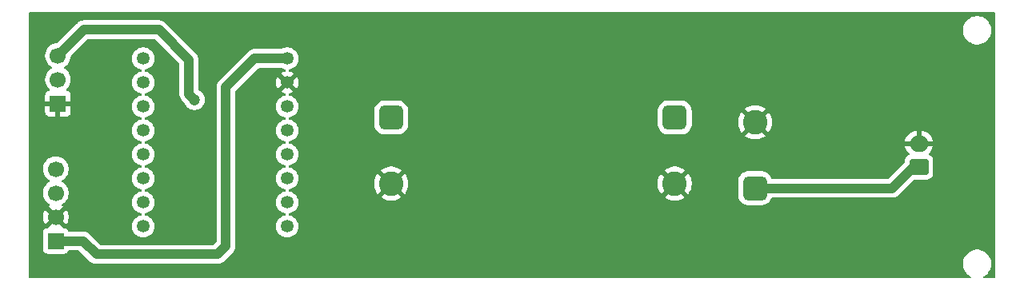
<source format=gbr>
%TF.GenerationSoftware,KiCad,Pcbnew,9.0.4*%
%TF.CreationDate,2025-11-12T11:38:36+05:30*%
%TF.ProjectId,BikeSSv3,42696b65-5353-4763-932e-6b696361645f,rev?*%
%TF.SameCoordinates,Original*%
%TF.FileFunction,Copper,L2,Bot*%
%TF.FilePolarity,Positive*%
%FSLAX46Y46*%
G04 Gerber Fmt 4.6, Leading zero omitted, Abs format (unit mm)*
G04 Created by KiCad (PCBNEW 9.0.4) date 2025-11-12 11:38:36*
%MOMM*%
%LPD*%
G01*
G04 APERTURE LIST*
G04 Aperture macros list*
%AMRoundRect*
0 Rectangle with rounded corners*
0 $1 Rounding radius*
0 $2 $3 $4 $5 $6 $7 $8 $9 X,Y pos of 4 corners*
0 Add a 4 corners polygon primitive as box body*
4,1,4,$2,$3,$4,$5,$6,$7,$8,$9,$2,$3,0*
0 Add four circle primitives for the rounded corners*
1,1,$1+$1,$2,$3*
1,1,$1+$1,$4,$5*
1,1,$1+$1,$6,$7*
1,1,$1+$1,$8,$9*
0 Add four rect primitives between the rounded corners*
20,1,$1+$1,$2,$3,$4,$5,0*
20,1,$1+$1,$4,$5,$6,$7,0*
20,1,$1+$1,$6,$7,$8,$9,0*
20,1,$1+$1,$8,$9,$2,$3,0*%
G04 Aperture macros list end*
%TA.AperFunction,ComponentPad*%
%ADD10RoundRect,0.650000X0.650000X-0.650000X0.650000X0.650000X-0.650000X0.650000X-0.650000X-0.650000X0*%
%TD*%
%TA.AperFunction,ComponentPad*%
%ADD11C,2.600000*%
%TD*%
%TA.AperFunction,ComponentPad*%
%ADD12R,1.700000X1.700000*%
%TD*%
%TA.AperFunction,ComponentPad*%
%ADD13C,1.700000*%
%TD*%
%TA.AperFunction,ComponentPad*%
%ADD14RoundRect,0.650000X-0.650000X0.650000X-0.650000X-0.650000X0.650000X-0.650000X0.650000X0.650000X0*%
%TD*%
%TA.AperFunction,ComponentPad*%
%ADD15C,1.348000*%
%TD*%
%TA.AperFunction,ComponentPad*%
%ADD16RoundRect,0.250000X0.750000X-0.600000X0.750000X0.600000X-0.750000X0.600000X-0.750000X-0.600000X0*%
%TD*%
%TA.AperFunction,ComponentPad*%
%ADD17O,2.000000X1.700000*%
%TD*%
%TA.AperFunction,ViaPad*%
%ADD18C,1.200000*%
%TD*%
%TA.AperFunction,Conductor*%
%ADD19C,1.000000*%
%TD*%
G04 APERTURE END LIST*
D10*
%TO.P,TP102,1,1*%
%TO.N,/VCCs*%
X257500000Y-55000000D03*
D11*
%TO.P,TP102,2,2*%
%TO.N,/GNDs*%
X257500000Y-48000000D03*
%TD*%
D12*
%TO.P,J110,1,Pin_1*%
%TO.N,/GNDs*%
X183725000Y-46025000D03*
D13*
%TO.P,J110,2,Pin_2*%
%TO.N,/3.3V*%
X183725000Y-43485000D03*
%TO.P,J110,3,Pin_3*%
%TO.N,/4*%
X183725000Y-40945000D03*
%TD*%
D14*
%TO.P,TP104,1,1*%
%TO.N,/VCCs*%
X249000000Y-47500000D03*
D11*
%TO.P,TP104,2,2*%
%TO.N,/GNDs*%
X249000000Y-54500000D03*
%TD*%
D15*
%TO.P,U102,0,GPIO0*%
%TO.N,unconnected-(U102-GPIO0-Pad0)*%
X207990000Y-59030000D03*
%TO.P,U102,1,GPIO1*%
%TO.N,unconnected-(U102-GPIO1-Pad1)*%
X207990000Y-56490000D03*
%TO.P,U102,2,GPIO2*%
%TO.N,unconnected-(U102-GPIO2-Pad2)*%
X207990000Y-53950000D03*
%TO.P,U102,3,GPIO3*%
%TO.N,unconnected-(U102-GPIO3-Pad3)*%
X207990000Y-51410000D03*
%TO.P,U102,3.3,3V3*%
%TO.N,/3.3V*%
X207990000Y-46330000D03*
%TO.P,U102,4,GPIO4*%
%TO.N,/4*%
X207990000Y-48870000D03*
%TO.P,U102,5,GPIO5*%
%TO.N,/5*%
X192750000Y-41250000D03*
%TO.P,U102,5V,5V*%
%TO.N,/VCCb*%
X207990000Y-41250000D03*
%TO.P,U102,6,GPIO6*%
%TO.N,unconnected-(U102-GPIO6-Pad6)*%
X192750000Y-43790000D03*
%TO.P,U102,7,GPIO7*%
%TO.N,unconnected-(U102-GPIO7-Pad7)*%
X192750000Y-46330000D03*
%TO.P,U102,8,GPIO8*%
%TO.N,unconnected-(U102-GPIO8-Pad8)*%
X192750000Y-48870000D03*
%TO.P,U102,9,GPIO9*%
%TO.N,unconnected-(U102-GPIO9-Pad9)*%
X192750000Y-51410000D03*
%TO.P,U102,10,GPIO10*%
%TO.N,unconnected-(U102-GPIO10-Pad10)*%
X192750000Y-53950000D03*
%TO.P,U102,20,GPIO20*%
%TO.N,unconnected-(U102-GPIO20-Pad20)*%
X192750000Y-56490000D03*
%TO.P,U102,21,GPIO21*%
%TO.N,unconnected-(U102-GPIO21-Pad21)*%
X192750000Y-59030000D03*
%TO.P,U102,G,GND*%
%TO.N,/GNDs*%
X207990000Y-43790000D03*
%TD*%
D12*
%TO.P,J109,1,Pin_1*%
%TO.N,/VCCb*%
X183500000Y-60580000D03*
D13*
%TO.P,J109,2,Pin_2*%
%TO.N,/GNDs*%
X183500000Y-58040000D03*
%TO.P,J109,3,Pin_3*%
%TO.N,unconnected-(J109-Pin_3-Pad3)*%
X183500000Y-55500000D03*
%TO.P,J109,4,Pin_4*%
%TO.N,/5*%
X183500000Y-52960000D03*
%TD*%
D14*
%TO.P,TP105,1,1*%
%TO.N,/VCCb*%
X219000000Y-47500000D03*
D11*
%TO.P,TP105,2,2*%
%TO.N,/GNDs*%
X219000000Y-54500000D03*
%TD*%
D16*
%TO.P,J111,1,Pin_1*%
%TO.N,/VCCs*%
X274850000Y-52750000D03*
D17*
%TO.P,J111,2,Pin_2*%
%TO.N,/GNDs*%
X274850000Y-50250000D03*
%TD*%
D18*
%TO.N,/4*%
X198200000Y-45600000D03*
%TD*%
D19*
%TO.N,/VCCs*%
X274500000Y-52500000D02*
X272000000Y-55000000D01*
X272000000Y-55000000D02*
X257500000Y-55000000D01*
X274850000Y-52750000D02*
X274750000Y-52750000D01*
X274750000Y-52750000D02*
X274500000Y-52500000D01*
%TO.N,/4*%
X194400000Y-38200000D02*
X186470000Y-38200000D01*
X198200000Y-45600000D02*
X197600000Y-45000000D01*
X197600000Y-45000000D02*
X197600000Y-41400000D01*
X186470000Y-38200000D02*
X183725000Y-40945000D01*
X197600000Y-41400000D02*
X194400000Y-38200000D01*
%TO.N,/VCCb*%
X186380000Y-60580000D02*
X187800000Y-62000000D01*
X201500000Y-44300000D02*
X204550000Y-41250000D01*
X204550000Y-41250000D02*
X207990000Y-41250000D01*
X183500000Y-60580000D02*
X186380000Y-60580000D01*
X200600000Y-62000000D02*
X201500000Y-61100000D01*
X183500000Y-60700000D02*
X183500000Y-60580000D01*
X201500000Y-61100000D02*
X201500000Y-44300000D01*
X187800000Y-62000000D02*
X200600000Y-62000000D01*
%TD*%
%TA.AperFunction,Conductor*%
%TO.N,/GNDs*%
G36*
X282867539Y-36320185D02*
G01*
X282913294Y-36372989D01*
X282924500Y-36424500D01*
X282924500Y-64425500D01*
X282904815Y-64492539D01*
X282852011Y-64538294D01*
X282800500Y-64549500D01*
X281780568Y-64549500D01*
X281713529Y-64529815D01*
X281667774Y-64477011D01*
X281657830Y-64407853D01*
X281686855Y-64344297D01*
X281724273Y-64315015D01*
X281786433Y-64283343D01*
X281977510Y-64144517D01*
X282144517Y-63977510D01*
X282283343Y-63786433D01*
X282390568Y-63575992D01*
X282463553Y-63351368D01*
X282488929Y-63191150D01*
X282500500Y-63118097D01*
X282500500Y-62881902D01*
X282463553Y-62648631D01*
X282390566Y-62424003D01*
X282283342Y-62213566D01*
X282144517Y-62022490D01*
X281977510Y-61855483D01*
X281786433Y-61716657D01*
X281575996Y-61609433D01*
X281351368Y-61536446D01*
X281118097Y-61499500D01*
X281118092Y-61499500D01*
X280881908Y-61499500D01*
X280881903Y-61499500D01*
X280648631Y-61536446D01*
X280424003Y-61609433D01*
X280213566Y-61716657D01*
X280104550Y-61795862D01*
X280022490Y-61855483D01*
X280022488Y-61855485D01*
X280022487Y-61855485D01*
X279855485Y-62022487D01*
X279855485Y-62022488D01*
X279855483Y-62022490D01*
X279795862Y-62104550D01*
X279716657Y-62213566D01*
X279609433Y-62424003D01*
X279536446Y-62648631D01*
X279499500Y-62881902D01*
X279499500Y-63118097D01*
X279536446Y-63351368D01*
X279609433Y-63575996D01*
X279716657Y-63786433D01*
X279855483Y-63977510D01*
X280022490Y-64144517D01*
X280213567Y-64283343D01*
X280275727Y-64315015D01*
X280326523Y-64362990D01*
X280343318Y-64430811D01*
X280320781Y-64496946D01*
X280266066Y-64540397D01*
X280219432Y-64549500D01*
X180799500Y-64549500D01*
X180732461Y-64529815D01*
X180686706Y-64477011D01*
X180675500Y-64425500D01*
X180675500Y-52853713D01*
X182149500Y-52853713D01*
X182149500Y-53066286D01*
X182179304Y-53254465D01*
X182182754Y-53276243D01*
X182242814Y-53461089D01*
X182248444Y-53478414D01*
X182344951Y-53667820D01*
X182469890Y-53839786D01*
X182620213Y-53990109D01*
X182792182Y-54115050D01*
X182800946Y-54119516D01*
X182851742Y-54167491D01*
X182868536Y-54235312D01*
X182845998Y-54301447D01*
X182800946Y-54340484D01*
X182792182Y-54344949D01*
X182620213Y-54469890D01*
X182469890Y-54620213D01*
X182344951Y-54792179D01*
X182248444Y-54981585D01*
X182182753Y-55183760D01*
X182149500Y-55393713D01*
X182149500Y-55606286D01*
X182181706Y-55809630D01*
X182182754Y-55816243D01*
X182248044Y-56017185D01*
X182248444Y-56018414D01*
X182344951Y-56207820D01*
X182469890Y-56379786D01*
X182620213Y-56530109D01*
X182792179Y-56655048D01*
X182792181Y-56655049D01*
X182792184Y-56655051D01*
X182801493Y-56659794D01*
X182852290Y-56707766D01*
X182869087Y-56775587D01*
X182846552Y-56841722D01*
X182801505Y-56880760D01*
X182792446Y-56885376D01*
X182792440Y-56885380D01*
X182738282Y-56924727D01*
X182738282Y-56924728D01*
X183370591Y-57557037D01*
X183307007Y-57574075D01*
X183192993Y-57639901D01*
X183099901Y-57732993D01*
X183034075Y-57847007D01*
X183017037Y-57910591D01*
X182384728Y-57278282D01*
X182384727Y-57278282D01*
X182345380Y-57332439D01*
X182248904Y-57521782D01*
X182183242Y-57723869D01*
X182183242Y-57723872D01*
X182150000Y-57933753D01*
X182150000Y-58146246D01*
X182183242Y-58356127D01*
X182183242Y-58356130D01*
X182248904Y-58558217D01*
X182345375Y-58747550D01*
X182384728Y-58801716D01*
X183017037Y-58169408D01*
X183034075Y-58232993D01*
X183099901Y-58347007D01*
X183192993Y-58440099D01*
X183307007Y-58505925D01*
X183370590Y-58522962D01*
X182700370Y-59193181D01*
X182639047Y-59226666D01*
X182612698Y-59229500D01*
X182602134Y-59229500D01*
X182602123Y-59229501D01*
X182542516Y-59235908D01*
X182407671Y-59286202D01*
X182407664Y-59286206D01*
X182292455Y-59372452D01*
X182292452Y-59372455D01*
X182206206Y-59487664D01*
X182206202Y-59487671D01*
X182155908Y-59622517D01*
X182149501Y-59682116D01*
X182149500Y-59682135D01*
X182149500Y-61477870D01*
X182149501Y-61477876D01*
X182155908Y-61537483D01*
X182206202Y-61672328D01*
X182206206Y-61672335D01*
X182292452Y-61787544D01*
X182292455Y-61787547D01*
X182407664Y-61873793D01*
X182407671Y-61873797D01*
X182542517Y-61924091D01*
X182542516Y-61924091D01*
X182549444Y-61924835D01*
X182602127Y-61930500D01*
X184397872Y-61930499D01*
X184457483Y-61924091D01*
X184592331Y-61873796D01*
X184707546Y-61787546D01*
X184793796Y-61672331D01*
X184797960Y-61661165D01*
X184839829Y-61605234D01*
X184905293Y-61580816D01*
X184914141Y-61580500D01*
X185914218Y-61580500D01*
X185981257Y-61600185D01*
X186001898Y-61616818D01*
X187022860Y-62637781D01*
X187022861Y-62637782D01*
X187162218Y-62777139D01*
X187326086Y-62886632D01*
X187442380Y-62934802D01*
X187508164Y-62962051D01*
X187604812Y-62981275D01*
X187673538Y-62994946D01*
X187701458Y-63000500D01*
X187701459Y-63000500D01*
X200698542Y-63000500D01*
X200726693Y-62994899D01*
X200795188Y-62981275D01*
X200891836Y-62962051D01*
X200957620Y-62934802D01*
X201073914Y-62886632D01*
X201237782Y-62777139D01*
X201377139Y-62637782D01*
X201377140Y-62637779D01*
X201384206Y-62630714D01*
X201384209Y-62630710D01*
X202137778Y-61877141D01*
X202137782Y-61877139D01*
X202277139Y-61737782D01*
X202386632Y-61573914D01*
X202462051Y-61391835D01*
X202500500Y-61198541D01*
X202500500Y-44765782D01*
X202520185Y-44698743D01*
X202536819Y-44678101D01*
X203609869Y-43605051D01*
X203778475Y-43436446D01*
X204928102Y-42286819D01*
X204989425Y-42253334D01*
X205015783Y-42250500D01*
X207336762Y-42250500D01*
X207393057Y-42264015D01*
X207539147Y-42338452D01*
X207539150Y-42338453D01*
X207714970Y-42395580D01*
X207728860Y-42397780D01*
X207791995Y-42427709D01*
X207828927Y-42487020D01*
X207827929Y-42556883D01*
X207789320Y-42615115D01*
X207728864Y-42642726D01*
X207715088Y-42644908D01*
X207539338Y-42702013D01*
X207374692Y-42785903D01*
X207374688Y-42785906D01*
X207354283Y-42800729D01*
X207354283Y-42800730D01*
X207860591Y-43307037D01*
X207797007Y-43324075D01*
X207682993Y-43389901D01*
X207589901Y-43482993D01*
X207524075Y-43597007D01*
X207507037Y-43660590D01*
X207000730Y-43154283D01*
X207000729Y-43154283D01*
X206985906Y-43174688D01*
X206985903Y-43174692D01*
X206902013Y-43339338D01*
X206844907Y-43515091D01*
X206816000Y-43697604D01*
X206816000Y-43882395D01*
X206844907Y-44064908D01*
X206902014Y-44240664D01*
X206985900Y-44405303D01*
X206985903Y-44405307D01*
X207000730Y-44425715D01*
X207000730Y-44425716D01*
X207507037Y-43919409D01*
X207524075Y-43982993D01*
X207589901Y-44097007D01*
X207682993Y-44190099D01*
X207797007Y-44255925D01*
X207860590Y-44272962D01*
X207354283Y-44779268D01*
X207354283Y-44779269D01*
X207374686Y-44794092D01*
X207539338Y-44877986D01*
X207715087Y-44935091D01*
X207728857Y-44937272D01*
X207791993Y-44967200D01*
X207828926Y-45026510D01*
X207827930Y-45096373D01*
X207789322Y-45154607D01*
X207728867Y-45182218D01*
X207714971Y-45184419D01*
X207539150Y-45241546D01*
X207539147Y-45241547D01*
X207374424Y-45325479D01*
X207224870Y-45434135D01*
X207224865Y-45434139D01*
X207094139Y-45564865D01*
X207094135Y-45564870D01*
X206985479Y-45714424D01*
X206901547Y-45879147D01*
X206901546Y-45879150D01*
X206844419Y-46054969D01*
X206815500Y-46237559D01*
X206815500Y-46422440D01*
X206844419Y-46605030D01*
X206901546Y-46780849D01*
X206901547Y-46780852D01*
X206958588Y-46892799D01*
X206970549Y-46916275D01*
X206985479Y-46945575D01*
X207094135Y-47095129D01*
X207094139Y-47095134D01*
X207224865Y-47225860D01*
X207224870Y-47225864D01*
X207352168Y-47318350D01*
X207374428Y-47334523D01*
X207453867Y-47374999D01*
X207539147Y-47418452D01*
X207539150Y-47418453D01*
X207627059Y-47447016D01*
X207714971Y-47475580D01*
X207725150Y-47477192D01*
X207727263Y-47477527D01*
X207790397Y-47507457D01*
X207827328Y-47566769D01*
X207826330Y-47636631D01*
X207787719Y-47694864D01*
X207727263Y-47722473D01*
X207714969Y-47724420D01*
X207539150Y-47781546D01*
X207539147Y-47781547D01*
X207374424Y-47865479D01*
X207224870Y-47974135D01*
X207224865Y-47974139D01*
X207094139Y-48104865D01*
X207094135Y-48104870D01*
X206985479Y-48254424D01*
X206901547Y-48419147D01*
X206901546Y-48419150D01*
X206844419Y-48594969D01*
X206815500Y-48777559D01*
X206815500Y-48962440D01*
X206844419Y-49145030D01*
X206901546Y-49320849D01*
X206901547Y-49320852D01*
X206926865Y-49370540D01*
X206960870Y-49437279D01*
X206985479Y-49485575D01*
X207094135Y-49635129D01*
X207094139Y-49635134D01*
X207224865Y-49765860D01*
X207224870Y-49765864D01*
X207355318Y-49860639D01*
X207374428Y-49874523D01*
X207476594Y-49926579D01*
X207539147Y-49958452D01*
X207539150Y-49958453D01*
X207627059Y-49987016D01*
X207714971Y-50015580D01*
X207725150Y-50017192D01*
X207727263Y-50017527D01*
X207790397Y-50047457D01*
X207827328Y-50106769D01*
X207826330Y-50176631D01*
X207787719Y-50234864D01*
X207727263Y-50262473D01*
X207714969Y-50264420D01*
X207539150Y-50321546D01*
X207539147Y-50321547D01*
X207374424Y-50405479D01*
X207224870Y-50514135D01*
X207224865Y-50514139D01*
X207094139Y-50644865D01*
X207094135Y-50644870D01*
X206985479Y-50794424D01*
X206901547Y-50959147D01*
X206901546Y-50959150D01*
X206844419Y-51134969D01*
X206815500Y-51317559D01*
X206815500Y-51502440D01*
X206844419Y-51685030D01*
X206901546Y-51860849D01*
X206901547Y-51860852D01*
X206985479Y-52025575D01*
X207094135Y-52175129D01*
X207094139Y-52175134D01*
X207224865Y-52305860D01*
X207224870Y-52305864D01*
X207355318Y-52400639D01*
X207374428Y-52414523D01*
X207482106Y-52469388D01*
X207539147Y-52498452D01*
X207539150Y-52498453D01*
X207627059Y-52527016D01*
X207714971Y-52555580D01*
X207725150Y-52557192D01*
X207727263Y-52557527D01*
X207790397Y-52587457D01*
X207827328Y-52646769D01*
X207826330Y-52716631D01*
X207787719Y-52774864D01*
X207727263Y-52802473D01*
X207714969Y-52804420D01*
X207539150Y-52861546D01*
X207539147Y-52861547D01*
X207374424Y-52945479D01*
X207224870Y-53054135D01*
X207224865Y-53054139D01*
X207094139Y-53184865D01*
X207094135Y-53184870D01*
X206985479Y-53334424D01*
X206901547Y-53499147D01*
X206901546Y-53499150D01*
X206844419Y-53674969D01*
X206815500Y-53857559D01*
X206815500Y-54042440D01*
X206844419Y-54225030D01*
X206901546Y-54400849D01*
X206901547Y-54400852D01*
X206985479Y-54565575D01*
X207094135Y-54715129D01*
X207094139Y-54715134D01*
X207224865Y-54845860D01*
X207224870Y-54845864D01*
X207355318Y-54940639D01*
X207374428Y-54954523D01*
X207482106Y-55009388D01*
X207539147Y-55038452D01*
X207539150Y-55038453D01*
X207627059Y-55067016D01*
X207714971Y-55095580D01*
X207725150Y-55097192D01*
X207727263Y-55097527D01*
X207790397Y-55127457D01*
X207827328Y-55186769D01*
X207826330Y-55256631D01*
X207787719Y-55314864D01*
X207727263Y-55342473D01*
X207714969Y-55344420D01*
X207539150Y-55401546D01*
X207539147Y-55401547D01*
X207374424Y-55485479D01*
X207224870Y-55594135D01*
X207224865Y-55594139D01*
X207094139Y-55724865D01*
X207094135Y-55724870D01*
X206985479Y-55874424D01*
X206901547Y-56039147D01*
X206901546Y-56039150D01*
X206844419Y-56214969D01*
X206815500Y-56397559D01*
X206815500Y-56582440D01*
X206844419Y-56765030D01*
X206901546Y-56940849D01*
X206901547Y-56940852D01*
X206985479Y-57105575D01*
X207094135Y-57255129D01*
X207094139Y-57255134D01*
X207224865Y-57385860D01*
X207224870Y-57385864D01*
X207355318Y-57480639D01*
X207374428Y-57494523D01*
X207463682Y-57540000D01*
X207539147Y-57578452D01*
X207539150Y-57578453D01*
X207627059Y-57607016D01*
X207714971Y-57635580D01*
X207725150Y-57637192D01*
X207727263Y-57637527D01*
X207790397Y-57667457D01*
X207827328Y-57726769D01*
X207826330Y-57796631D01*
X207787719Y-57854864D01*
X207727263Y-57882473D01*
X207714969Y-57884420D01*
X207539150Y-57941546D01*
X207539147Y-57941547D01*
X207374424Y-58025479D01*
X207224870Y-58134135D01*
X207224865Y-58134139D01*
X207094139Y-58264865D01*
X207094135Y-58264870D01*
X206985479Y-58414424D01*
X206901547Y-58579147D01*
X206901546Y-58579150D01*
X206844419Y-58754969D01*
X206815500Y-58937559D01*
X206815500Y-59122440D01*
X206844419Y-59305030D01*
X206901546Y-59480849D01*
X206901547Y-59480852D01*
X206951812Y-59579500D01*
X206982657Y-59640038D01*
X206985479Y-59645575D01*
X207094135Y-59795129D01*
X207094139Y-59795134D01*
X207224865Y-59925860D01*
X207224870Y-59925864D01*
X207355318Y-60020639D01*
X207374428Y-60034523D01*
X207482106Y-60089388D01*
X207539147Y-60118452D01*
X207539150Y-60118453D01*
X207714969Y-60175580D01*
X207897560Y-60204500D01*
X207897565Y-60204500D01*
X208082440Y-60204500D01*
X208265030Y-60175580D01*
X208440849Y-60118453D01*
X208440852Y-60118452D01*
X208605572Y-60034523D01*
X208755136Y-59925859D01*
X208885859Y-59795136D01*
X208994523Y-59645572D01*
X209078452Y-59480852D01*
X209113672Y-59372455D01*
X209135580Y-59305030D01*
X209164500Y-59122440D01*
X209164500Y-58937559D01*
X209135580Y-58754969D01*
X209078453Y-58579150D01*
X209078452Y-58579147D01*
X209041143Y-58505925D01*
X208994523Y-58414428D01*
X208945539Y-58347007D01*
X208885864Y-58264870D01*
X208885860Y-58264865D01*
X208755134Y-58134139D01*
X208755129Y-58134135D01*
X208605575Y-58025479D01*
X208605574Y-58025478D01*
X208605572Y-58025477D01*
X208552799Y-57998588D01*
X208440852Y-57941547D01*
X208440849Y-57941546D01*
X208265030Y-57884420D01*
X208252737Y-57882473D01*
X208189602Y-57852544D01*
X208152671Y-57793232D01*
X208153669Y-57723370D01*
X208192279Y-57665137D01*
X208252737Y-57637527D01*
X208254508Y-57637246D01*
X208265029Y-57635580D01*
X208440852Y-57578452D01*
X208605572Y-57494523D01*
X208755136Y-57385859D01*
X208885859Y-57255136D01*
X208994523Y-57105572D01*
X209078452Y-56940852D01*
X209096478Y-56885373D01*
X209135580Y-56765030D01*
X209164500Y-56582440D01*
X209164500Y-56397559D01*
X209135580Y-56214969D01*
X209078453Y-56039150D01*
X209078452Y-56039147D01*
X209030797Y-55945620D01*
X209026546Y-55937277D01*
X208994523Y-55874428D01*
X208994521Y-55874425D01*
X208994520Y-55874423D01*
X208885864Y-55724870D01*
X208885860Y-55724865D01*
X208755134Y-55594139D01*
X208755129Y-55594135D01*
X208605575Y-55485479D01*
X208605574Y-55485478D01*
X208605572Y-55485477D01*
X208552799Y-55458588D01*
X208440852Y-55401547D01*
X208440849Y-55401546D01*
X208265030Y-55344420D01*
X208252737Y-55342473D01*
X208189602Y-55312544D01*
X208152671Y-55253232D01*
X208153669Y-55183370D01*
X208192279Y-55125137D01*
X208252737Y-55097527D01*
X208254508Y-55097246D01*
X208265029Y-55095580D01*
X208440852Y-55038452D01*
X208605572Y-54954523D01*
X208755136Y-54845859D01*
X208885859Y-54715136D01*
X208994523Y-54565572D01*
X209078452Y-54400852D01*
X209084572Y-54382014D01*
X217200000Y-54382014D01*
X217200000Y-54617985D01*
X217230799Y-54851914D01*
X217291870Y-55079837D01*
X217382160Y-55297819D01*
X217382165Y-55297828D01*
X217500144Y-55502171D01*
X217500145Y-55502172D01*
X217562721Y-55583723D01*
X218322421Y-54824024D01*
X218335359Y-54855258D01*
X218417437Y-54978097D01*
X218521903Y-55082563D01*
X218644742Y-55164641D01*
X218675975Y-55177578D01*
X217916275Y-55937277D01*
X217997827Y-55999854D01*
X217997828Y-55999855D01*
X218202171Y-56117834D01*
X218202180Y-56117839D01*
X218420163Y-56208129D01*
X218420161Y-56208129D01*
X218648085Y-56269200D01*
X218882014Y-56299999D01*
X218882029Y-56300000D01*
X219117971Y-56300000D01*
X219117985Y-56299999D01*
X219351914Y-56269200D01*
X219579837Y-56208129D01*
X219797819Y-56117839D01*
X219797828Y-56117834D01*
X220002181Y-55999850D01*
X220083723Y-55937279D01*
X220083723Y-55937276D01*
X219324024Y-55177578D01*
X219355258Y-55164641D01*
X219478097Y-55082563D01*
X219582563Y-54978097D01*
X219664641Y-54855258D01*
X219677578Y-54824024D01*
X220437276Y-55583723D01*
X220437279Y-55583723D01*
X220499850Y-55502181D01*
X220617834Y-55297828D01*
X220617839Y-55297819D01*
X220708129Y-55079837D01*
X220769200Y-54851914D01*
X220799999Y-54617985D01*
X220800000Y-54617971D01*
X220800000Y-54382028D01*
X220799999Y-54382014D01*
X247200000Y-54382014D01*
X247200000Y-54617985D01*
X247230799Y-54851914D01*
X247291870Y-55079837D01*
X247382160Y-55297819D01*
X247382165Y-55297828D01*
X247500144Y-55502171D01*
X247500145Y-55502172D01*
X247562721Y-55583723D01*
X248322421Y-54824024D01*
X248335359Y-54855258D01*
X248417437Y-54978097D01*
X248521903Y-55082563D01*
X248644742Y-55164641D01*
X248675975Y-55177578D01*
X247916275Y-55937277D01*
X247997827Y-55999854D01*
X247997828Y-55999855D01*
X248202171Y-56117834D01*
X248202180Y-56117839D01*
X248420163Y-56208129D01*
X248420161Y-56208129D01*
X248648085Y-56269200D01*
X248882014Y-56299999D01*
X248882029Y-56300000D01*
X249117971Y-56300000D01*
X249117985Y-56299999D01*
X249351914Y-56269200D01*
X249579837Y-56208129D01*
X249797819Y-56117839D01*
X249797828Y-56117834D01*
X250002181Y-55999850D01*
X250083723Y-55937279D01*
X250083723Y-55937276D01*
X249324024Y-55177578D01*
X249355258Y-55164641D01*
X249478097Y-55082563D01*
X249582563Y-54978097D01*
X249664641Y-54855258D01*
X249677578Y-54824025D01*
X250437276Y-55583723D01*
X250437279Y-55583723D01*
X250499850Y-55502181D01*
X250617834Y-55297828D01*
X250617839Y-55297819D01*
X250708129Y-55079837D01*
X250769200Y-54851914D01*
X250799999Y-54617985D01*
X250800000Y-54617971D01*
X250800000Y-54382028D01*
X250799999Y-54382014D01*
X250788283Y-54293026D01*
X250788283Y-54293025D01*
X250786434Y-54278984D01*
X255699500Y-54278984D01*
X255699500Y-55721015D01*
X255705650Y-55809624D01*
X255705652Y-55809640D01*
X255754465Y-56017176D01*
X255754467Y-56017182D01*
X255754468Y-56017185D01*
X255840591Y-56212237D01*
X255842464Y-56214971D01*
X255961088Y-56388141D01*
X255961093Y-56388147D01*
X256111852Y-56538906D01*
X256111858Y-56538911D01*
X256287763Y-56659409D01*
X256482815Y-56745532D01*
X256482821Y-56745533D01*
X256482823Y-56745534D01*
X256690359Y-56794347D01*
X256690364Y-56794347D01*
X256690370Y-56794349D01*
X256739602Y-56797766D01*
X256778984Y-56800500D01*
X256778988Y-56800500D01*
X258221016Y-56800500D01*
X258256459Y-56798039D01*
X258309630Y-56794349D01*
X258309636Y-56794347D01*
X258309640Y-56794347D01*
X258465468Y-56757695D01*
X258517185Y-56745532D01*
X258712237Y-56659409D01*
X258888142Y-56538911D01*
X259038911Y-56388142D01*
X259159409Y-56212237D01*
X259220263Y-56074413D01*
X259265348Y-56021038D01*
X259332134Y-56000510D01*
X259333697Y-56000500D01*
X272098542Y-56000500D01*
X272129566Y-55994328D01*
X272195188Y-55981275D01*
X272291836Y-55962051D01*
X272345165Y-55939961D01*
X272473914Y-55886632D01*
X272637782Y-55777139D01*
X272777139Y-55637782D01*
X272777140Y-55637779D01*
X272784206Y-55630714D01*
X272784209Y-55630710D01*
X274278101Y-54136818D01*
X274339424Y-54103333D01*
X274365782Y-54100499D01*
X275650002Y-54100499D01*
X275650008Y-54100499D01*
X275752797Y-54089999D01*
X275919334Y-54034814D01*
X276068656Y-53942712D01*
X276192712Y-53818656D01*
X276284814Y-53669334D01*
X276339999Y-53502797D01*
X276350500Y-53400009D01*
X276350499Y-52099992D01*
X276339999Y-51997203D01*
X276284814Y-51830666D01*
X276192712Y-51681344D01*
X276068656Y-51557288D01*
X275919334Y-51465186D01*
X275919332Y-51465185D01*
X275913440Y-51461551D01*
X275866716Y-51409603D01*
X275855493Y-51340641D01*
X275883337Y-51276558D01*
X275890856Y-51268330D01*
X276029728Y-51129458D01*
X276154620Y-50957557D01*
X276251095Y-50768217D01*
X276316757Y-50566129D01*
X276316757Y-50566126D01*
X276327231Y-50500000D01*
X275283012Y-50500000D01*
X275315925Y-50442993D01*
X275350000Y-50315826D01*
X275350000Y-50184174D01*
X275315925Y-50057007D01*
X275283012Y-50000000D01*
X276327231Y-50000000D01*
X276316757Y-49933873D01*
X276316757Y-49933870D01*
X276251095Y-49731782D01*
X276154620Y-49542442D01*
X276029727Y-49370540D01*
X276029723Y-49370535D01*
X275879464Y-49220276D01*
X275879459Y-49220272D01*
X275707557Y-49095379D01*
X275518217Y-48998904D01*
X275316129Y-48933242D01*
X275106246Y-48900000D01*
X275100000Y-48900000D01*
X275100000Y-49816988D01*
X275042993Y-49784075D01*
X274915826Y-49750000D01*
X274784174Y-49750000D01*
X274657007Y-49784075D01*
X274600000Y-49816988D01*
X274600000Y-48900000D01*
X274593754Y-48900000D01*
X274383872Y-48933242D01*
X274383869Y-48933242D01*
X274181782Y-48998904D01*
X273992442Y-49095379D01*
X273820540Y-49220272D01*
X273820535Y-49220276D01*
X273670276Y-49370535D01*
X273670272Y-49370540D01*
X273545379Y-49542442D01*
X273448904Y-49731782D01*
X273383242Y-49933870D01*
X273383242Y-49933873D01*
X273372769Y-50000000D01*
X274416988Y-50000000D01*
X274384075Y-50057007D01*
X274350000Y-50184174D01*
X274350000Y-50315826D01*
X274384075Y-50442993D01*
X274416988Y-50500000D01*
X273372769Y-50500000D01*
X273383242Y-50566126D01*
X273383242Y-50566129D01*
X273448904Y-50768217D01*
X273545379Y-50957557D01*
X273670272Y-51129459D01*
X273670276Y-51129464D01*
X273809143Y-51268331D01*
X273842628Y-51329654D01*
X273837644Y-51399346D01*
X273795772Y-51455279D01*
X273786559Y-51461551D01*
X273631342Y-51557289D01*
X273507289Y-51681342D01*
X273415187Y-51830663D01*
X273415186Y-51830666D01*
X273360001Y-51997203D01*
X273360001Y-51997204D01*
X273360000Y-51997204D01*
X273349500Y-52099983D01*
X273349500Y-52184217D01*
X273329815Y-52251256D01*
X273313181Y-52271898D01*
X271621899Y-53963181D01*
X271560576Y-53996666D01*
X271534218Y-53999500D01*
X259333697Y-53999500D01*
X259266658Y-53979815D01*
X259220903Y-53927011D01*
X259220303Y-53925678D01*
X259159409Y-53787763D01*
X259038911Y-53611858D01*
X259038906Y-53611852D01*
X258888147Y-53461093D01*
X258888141Y-53461088D01*
X258712238Y-53340592D01*
X258712239Y-53340592D01*
X258712237Y-53340591D01*
X258517185Y-53254468D01*
X258517183Y-53254467D01*
X258517182Y-53254467D01*
X258517176Y-53254465D01*
X258309640Y-53205652D01*
X258309624Y-53205650D01*
X258221016Y-53199500D01*
X258221012Y-53199500D01*
X256778988Y-53199500D01*
X256778984Y-53199500D01*
X256690375Y-53205650D01*
X256690359Y-53205652D01*
X256482823Y-53254465D01*
X256482817Y-53254467D01*
X256287761Y-53340592D01*
X256111858Y-53461088D01*
X256111852Y-53461093D01*
X255961093Y-53611852D01*
X255961088Y-53611858D01*
X255840592Y-53787761D01*
X255754467Y-53982817D01*
X255754465Y-53982823D01*
X255705652Y-54190359D01*
X255705650Y-54190375D01*
X255699500Y-54278984D01*
X250786434Y-54278984D01*
X250769201Y-54148085D01*
X250708129Y-53920162D01*
X250617839Y-53702180D01*
X250617834Y-53702171D01*
X250499855Y-53497828D01*
X250499854Y-53497827D01*
X250437277Y-53416275D01*
X249677578Y-54175974D01*
X249664641Y-54144742D01*
X249582563Y-54021903D01*
X249478097Y-53917437D01*
X249355258Y-53835359D01*
X249324024Y-53822421D01*
X250083723Y-53062721D01*
X250002172Y-53000145D01*
X250002171Y-53000144D01*
X249797828Y-52882165D01*
X249797819Y-52882160D01*
X249579836Y-52791870D01*
X249579838Y-52791870D01*
X249351914Y-52730799D01*
X249117985Y-52700000D01*
X248882014Y-52700000D01*
X248648085Y-52730799D01*
X248420162Y-52791870D01*
X248202180Y-52882160D01*
X248202171Y-52882165D01*
X247997828Y-53000144D01*
X247997818Y-53000150D01*
X247916275Y-53062720D01*
X247916275Y-53062721D01*
X248675975Y-53822421D01*
X248644742Y-53835359D01*
X248521903Y-53917437D01*
X248417437Y-54021903D01*
X248335359Y-54144742D01*
X248322421Y-54175975D01*
X247562721Y-53416275D01*
X247562720Y-53416275D01*
X247500150Y-53497818D01*
X247500144Y-53497828D01*
X247382165Y-53702171D01*
X247382160Y-53702180D01*
X247291870Y-53920162D01*
X247230799Y-54148085D01*
X247200000Y-54382014D01*
X220799999Y-54382014D01*
X220769200Y-54148085D01*
X220708129Y-53920162D01*
X220617839Y-53702180D01*
X220617834Y-53702171D01*
X220499855Y-53497828D01*
X220499854Y-53497827D01*
X220437277Y-53416275D01*
X219677578Y-54175974D01*
X219664641Y-54144742D01*
X219582563Y-54021903D01*
X219478097Y-53917437D01*
X219355258Y-53835359D01*
X219324024Y-53822421D01*
X220083723Y-53062721D01*
X220002172Y-53000145D01*
X220002171Y-53000144D01*
X219797828Y-52882165D01*
X219797819Y-52882160D01*
X219579836Y-52791870D01*
X219579838Y-52791870D01*
X219351914Y-52730799D01*
X219117985Y-52700000D01*
X218882014Y-52700000D01*
X218648085Y-52730799D01*
X218420162Y-52791870D01*
X218202180Y-52882160D01*
X218202171Y-52882165D01*
X217997828Y-53000144D01*
X217997818Y-53000150D01*
X217916275Y-53062720D01*
X217916275Y-53062721D01*
X218675975Y-53822421D01*
X218644742Y-53835359D01*
X218521903Y-53917437D01*
X218417437Y-54021903D01*
X218335359Y-54144742D01*
X218322421Y-54175975D01*
X217562721Y-53416275D01*
X217562720Y-53416275D01*
X217500150Y-53497818D01*
X217500144Y-53497828D01*
X217382165Y-53702171D01*
X217382160Y-53702180D01*
X217291870Y-53920162D01*
X217230799Y-54148085D01*
X217200000Y-54382014D01*
X209084572Y-54382014D01*
X209092271Y-54358319D01*
X209098340Y-54339644D01*
X209098340Y-54339643D01*
X209110750Y-54301447D01*
X209135580Y-54225029D01*
X209156967Y-54089998D01*
X209164500Y-54042440D01*
X209164500Y-53857559D01*
X209135580Y-53674969D01*
X209078453Y-53499150D01*
X209078452Y-53499147D01*
X209036226Y-53416275D01*
X208994523Y-53334428D01*
X208988641Y-53326332D01*
X208885865Y-53184870D01*
X208755134Y-53054139D01*
X208755129Y-53054135D01*
X208605575Y-52945479D01*
X208605574Y-52945478D01*
X208605572Y-52945477D01*
X208552799Y-52918588D01*
X208440852Y-52861547D01*
X208440849Y-52861546D01*
X208265030Y-52804420D01*
X208252737Y-52802473D01*
X208189602Y-52772544D01*
X208152671Y-52713232D01*
X208153669Y-52643370D01*
X208192279Y-52585137D01*
X208252737Y-52557527D01*
X208254508Y-52557246D01*
X208265029Y-52555580D01*
X208440852Y-52498452D01*
X208605572Y-52414523D01*
X208755136Y-52305859D01*
X208885859Y-52175136D01*
X208994523Y-52025572D01*
X209078452Y-51860852D01*
X209127972Y-51708444D01*
X209135580Y-51685030D01*
X209164500Y-51502440D01*
X209164500Y-51317559D01*
X209135580Y-51134969D01*
X209078453Y-50959150D01*
X209078452Y-50959147D01*
X209049388Y-50902106D01*
X208994523Y-50794428D01*
X208937488Y-50715925D01*
X208885864Y-50644870D01*
X208885860Y-50644865D01*
X208755134Y-50514139D01*
X208755129Y-50514135D01*
X208605575Y-50405479D01*
X208605574Y-50405478D01*
X208605572Y-50405477D01*
X208552799Y-50378588D01*
X208440852Y-50321547D01*
X208440849Y-50321546D01*
X208265030Y-50264420D01*
X208252737Y-50262473D01*
X208189602Y-50232544D01*
X208152671Y-50173232D01*
X208153669Y-50103370D01*
X208192279Y-50045137D01*
X208252737Y-50017527D01*
X208254508Y-50017246D01*
X208265029Y-50015580D01*
X208440852Y-49958452D01*
X208605572Y-49874523D01*
X208755136Y-49765859D01*
X208885859Y-49635136D01*
X208994523Y-49485572D01*
X209078452Y-49320852D01*
X209087064Y-49294347D01*
X209135580Y-49145030D01*
X209164500Y-48962440D01*
X209164500Y-48777559D01*
X209135580Y-48594969D01*
X209078453Y-48419150D01*
X209078452Y-48419147D01*
X209045030Y-48353554D01*
X208994523Y-48254428D01*
X208895382Y-48117971D01*
X208885864Y-48104870D01*
X208885860Y-48104865D01*
X208755134Y-47974139D01*
X208755129Y-47974135D01*
X208605575Y-47865479D01*
X208605574Y-47865478D01*
X208605572Y-47865477D01*
X208552799Y-47838588D01*
X208440852Y-47781547D01*
X208440849Y-47781546D01*
X208265030Y-47724420D01*
X208252737Y-47722473D01*
X208189602Y-47692544D01*
X208152671Y-47633232D01*
X208153669Y-47563370D01*
X208192279Y-47505137D01*
X208252737Y-47477527D01*
X208254508Y-47477246D01*
X208265029Y-47475580D01*
X208440852Y-47418452D01*
X208605572Y-47334523D01*
X208755136Y-47225859D01*
X208885859Y-47095136D01*
X208994523Y-46945572D01*
X209078452Y-46780852D01*
X209079059Y-46778984D01*
X217199500Y-46778984D01*
X217199500Y-48221015D01*
X217205650Y-48309624D01*
X217205652Y-48309640D01*
X217254465Y-48517176D01*
X217254467Y-48517182D01*
X217254468Y-48517185D01*
X217340591Y-48712237D01*
X217340592Y-48712238D01*
X217461088Y-48888141D01*
X217461093Y-48888147D01*
X217611852Y-49038906D01*
X217611858Y-49038911D01*
X217787763Y-49159409D01*
X217982815Y-49245532D01*
X217982821Y-49245533D01*
X217982823Y-49245534D01*
X218190359Y-49294347D01*
X218190364Y-49294347D01*
X218190370Y-49294349D01*
X218239602Y-49297766D01*
X218278984Y-49300500D01*
X218278988Y-49300500D01*
X219721016Y-49300500D01*
X219756459Y-49298039D01*
X219809630Y-49294349D01*
X219809636Y-49294347D01*
X219809640Y-49294347D01*
X220017176Y-49245534D01*
X220017174Y-49245534D01*
X220017185Y-49245532D01*
X220212237Y-49159409D01*
X220388142Y-49038911D01*
X220538911Y-48888142D01*
X220659409Y-48712237D01*
X220745532Y-48517185D01*
X220768591Y-48419147D01*
X220794347Y-48309640D01*
X220794347Y-48309636D01*
X220794349Y-48309630D01*
X220800500Y-48221012D01*
X220800500Y-46778988D01*
X220800500Y-46778984D01*
X247199500Y-46778984D01*
X247199500Y-48221015D01*
X247205650Y-48309624D01*
X247205652Y-48309640D01*
X247254465Y-48517176D01*
X247254467Y-48517182D01*
X247254468Y-48517185D01*
X247340591Y-48712237D01*
X247340592Y-48712238D01*
X247461088Y-48888141D01*
X247461093Y-48888147D01*
X247611852Y-49038906D01*
X247611858Y-49038911D01*
X247787763Y-49159409D01*
X247982815Y-49245532D01*
X247982821Y-49245533D01*
X247982823Y-49245534D01*
X248190359Y-49294347D01*
X248190364Y-49294347D01*
X248190370Y-49294349D01*
X248239602Y-49297766D01*
X248278984Y-49300500D01*
X248278988Y-49300500D01*
X249721016Y-49300500D01*
X249756459Y-49298039D01*
X249809630Y-49294349D01*
X249809636Y-49294347D01*
X249809640Y-49294347D01*
X249919029Y-49268619D01*
X250017176Y-49245534D01*
X250017174Y-49245534D01*
X250017185Y-49245532D01*
X250212237Y-49159409D01*
X250388142Y-49038911D01*
X250538911Y-48888142D01*
X250659409Y-48712237D01*
X250745532Y-48517185D01*
X250768591Y-48419147D01*
X250794347Y-48309640D01*
X250794347Y-48309636D01*
X250794349Y-48309630D01*
X250800500Y-48221012D01*
X250800500Y-47882014D01*
X255700000Y-47882014D01*
X255700000Y-48117985D01*
X255730799Y-48351914D01*
X255791870Y-48579837D01*
X255882160Y-48797819D01*
X255882165Y-48797828D01*
X256000144Y-49002171D01*
X256000145Y-49002172D01*
X256062721Y-49083723D01*
X256822421Y-48324024D01*
X256835359Y-48355258D01*
X256917437Y-48478097D01*
X257021903Y-48582563D01*
X257144742Y-48664641D01*
X257175975Y-48677578D01*
X256416275Y-49437277D01*
X256497827Y-49499854D01*
X256497828Y-49499855D01*
X256702171Y-49617834D01*
X256702180Y-49617839D01*
X256920163Y-49708129D01*
X256920161Y-49708129D01*
X257148085Y-49769200D01*
X257382014Y-49799999D01*
X257382029Y-49800000D01*
X257617971Y-49800000D01*
X257617985Y-49799999D01*
X257851914Y-49769200D01*
X258079837Y-49708129D01*
X258297819Y-49617839D01*
X258297828Y-49617834D01*
X258502181Y-49499850D01*
X258583723Y-49437279D01*
X258583723Y-49437276D01*
X257824024Y-48677578D01*
X257855258Y-48664641D01*
X257978097Y-48582563D01*
X258082563Y-48478097D01*
X258164641Y-48355258D01*
X258177578Y-48324024D01*
X258937276Y-49083723D01*
X258937279Y-49083723D01*
X258999850Y-49002181D01*
X259117834Y-48797828D01*
X259117839Y-48797819D01*
X259208129Y-48579837D01*
X259269200Y-48351914D01*
X259299999Y-48117985D01*
X259300000Y-48117971D01*
X259300000Y-47882028D01*
X259299999Y-47882014D01*
X259269200Y-47648085D01*
X259208129Y-47420162D01*
X259117839Y-47202180D01*
X259117834Y-47202171D01*
X258999855Y-46997828D01*
X258999854Y-46997827D01*
X258937277Y-46916275D01*
X258177578Y-47675974D01*
X258164641Y-47644742D01*
X258082563Y-47521903D01*
X257978097Y-47417437D01*
X257855258Y-47335359D01*
X257824024Y-47322421D01*
X258583723Y-46562721D01*
X258502172Y-46500145D01*
X258502171Y-46500144D01*
X258297828Y-46382165D01*
X258297819Y-46382160D01*
X258079836Y-46291870D01*
X258079838Y-46291870D01*
X257851914Y-46230799D01*
X257617985Y-46200000D01*
X257382014Y-46200000D01*
X257148085Y-46230799D01*
X256920162Y-46291870D01*
X256702180Y-46382160D01*
X256702171Y-46382165D01*
X256497828Y-46500144D01*
X256497818Y-46500150D01*
X256416275Y-46562720D01*
X256416275Y-46562721D01*
X257175975Y-47322421D01*
X257144742Y-47335359D01*
X257021903Y-47417437D01*
X256917437Y-47521903D01*
X256835359Y-47644742D01*
X256822421Y-47675975D01*
X256062721Y-46916275D01*
X256062720Y-46916275D01*
X256000150Y-46997818D01*
X256000144Y-46997828D01*
X255882165Y-47202171D01*
X255882160Y-47202180D01*
X255791870Y-47420162D01*
X255730799Y-47648085D01*
X255700000Y-47882014D01*
X250800500Y-47882014D01*
X250800500Y-46778988D01*
X250794349Y-46690370D01*
X250794346Y-46690356D01*
X250782283Y-46639063D01*
X250747439Y-46490925D01*
X250745532Y-46482815D01*
X250659409Y-46287763D01*
X250538911Y-46111858D01*
X250538906Y-46111852D01*
X250388147Y-45961093D01*
X250388141Y-45961088D01*
X250237214Y-45857701D01*
X250212237Y-45840591D01*
X250017185Y-45754468D01*
X250017183Y-45754467D01*
X250017182Y-45754467D01*
X250017176Y-45754465D01*
X249809640Y-45705652D01*
X249809624Y-45705650D01*
X249721016Y-45699500D01*
X249721012Y-45699500D01*
X248278988Y-45699500D01*
X248278984Y-45699500D01*
X248190375Y-45705650D01*
X248190359Y-45705652D01*
X247982823Y-45754465D01*
X247982817Y-45754467D01*
X247787761Y-45840592D01*
X247611858Y-45961088D01*
X247611852Y-45961093D01*
X247461093Y-46111852D01*
X247461088Y-46111858D01*
X247340592Y-46287761D01*
X247254467Y-46482817D01*
X247254465Y-46482823D01*
X247205652Y-46690359D01*
X247205650Y-46690375D01*
X247199500Y-46778984D01*
X220800500Y-46778984D01*
X220794349Y-46690370D01*
X220794347Y-46690364D01*
X220794347Y-46690359D01*
X220745534Y-46482823D01*
X220745532Y-46482817D01*
X220745532Y-46482815D01*
X220659409Y-46287763D01*
X220538911Y-46111858D01*
X220538906Y-46111852D01*
X220388147Y-45961093D01*
X220388141Y-45961088D01*
X220237214Y-45857701D01*
X220212237Y-45840591D01*
X220017185Y-45754468D01*
X220017183Y-45754467D01*
X220017182Y-45754467D01*
X220017176Y-45754465D01*
X219809640Y-45705652D01*
X219809624Y-45705650D01*
X219721016Y-45699500D01*
X219721012Y-45699500D01*
X218278988Y-45699500D01*
X218278984Y-45699500D01*
X218190375Y-45705650D01*
X218190359Y-45705652D01*
X217982823Y-45754465D01*
X217982817Y-45754467D01*
X217787761Y-45840592D01*
X217611858Y-45961088D01*
X217611852Y-45961093D01*
X217461093Y-46111852D01*
X217461088Y-46111858D01*
X217340592Y-46287761D01*
X217254467Y-46482817D01*
X217254465Y-46482823D01*
X217205652Y-46690359D01*
X217205650Y-46690375D01*
X217199500Y-46778984D01*
X209079059Y-46778984D01*
X209113365Y-46673402D01*
X209135580Y-46605029D01*
X209164500Y-46422440D01*
X209164500Y-46237559D01*
X209135580Y-46054969D01*
X209078453Y-45879150D01*
X209078452Y-45879147D01*
X209028677Y-45781459D01*
X208994523Y-45714428D01*
X208938836Y-45637781D01*
X208885864Y-45564870D01*
X208885860Y-45564865D01*
X208755134Y-45434139D01*
X208755129Y-45434135D01*
X208605575Y-45325479D01*
X208605574Y-45325478D01*
X208605572Y-45325477D01*
X208539534Y-45291829D01*
X208440852Y-45241547D01*
X208440849Y-45241546D01*
X208265033Y-45184421D01*
X208265031Y-45184420D01*
X208265029Y-45184420D01*
X208252736Y-45182473D01*
X208251133Y-45182219D01*
X208188000Y-45152287D01*
X208151071Y-45092974D01*
X208152071Y-45023111D01*
X208190683Y-44964880D01*
X208251143Y-44937272D01*
X208264911Y-44935091D01*
X208440661Y-44877986D01*
X208605310Y-44794094D01*
X208625715Y-44779268D01*
X208625716Y-44779268D01*
X208119410Y-44272962D01*
X208182993Y-44255925D01*
X208297007Y-44190099D01*
X208390099Y-44097007D01*
X208455925Y-43982993D01*
X208472962Y-43919409D01*
X208979268Y-44425716D01*
X208979268Y-44425715D01*
X208994094Y-44405310D01*
X209077986Y-44240661D01*
X209135092Y-44064908D01*
X209164000Y-43882395D01*
X209164000Y-43697604D01*
X209135092Y-43515091D01*
X209077986Y-43339338D01*
X208994092Y-43174686D01*
X208979269Y-43154283D01*
X208472962Y-43660589D01*
X208455925Y-43597007D01*
X208390099Y-43482993D01*
X208297007Y-43389901D01*
X208182993Y-43324075D01*
X208119409Y-43307037D01*
X208625716Y-42800730D01*
X208605307Y-42785903D01*
X208605303Y-42785900D01*
X208440664Y-42702014D01*
X208264910Y-42644907D01*
X208251136Y-42642726D01*
X208188002Y-42612796D01*
X208151072Y-42553484D01*
X208152070Y-42483621D01*
X208190681Y-42425389D01*
X208251137Y-42397780D01*
X208265029Y-42395580D01*
X208440852Y-42338452D01*
X208605572Y-42254523D01*
X208755136Y-42145859D01*
X208885859Y-42015136D01*
X208994523Y-41865572D01*
X209078452Y-41700852D01*
X209078453Y-41700849D01*
X209135580Y-41525030D01*
X209164500Y-41342440D01*
X209164500Y-41157559D01*
X209135580Y-40974969D01*
X209078453Y-40799150D01*
X209078452Y-40799147D01*
X209049388Y-40742106D01*
X208994523Y-40634428D01*
X208980639Y-40615318D01*
X208885864Y-40484870D01*
X208885860Y-40484865D01*
X208755134Y-40354139D01*
X208755129Y-40354135D01*
X208605575Y-40245479D01*
X208605574Y-40245478D01*
X208605572Y-40245477D01*
X208552799Y-40218588D01*
X208440852Y-40161547D01*
X208440849Y-40161546D01*
X208265030Y-40104419D01*
X208082440Y-40075500D01*
X208082435Y-40075500D01*
X207897565Y-40075500D01*
X207897560Y-40075500D01*
X207714969Y-40104419D01*
X207539150Y-40161546D01*
X207539147Y-40161547D01*
X207393057Y-40235985D01*
X207336762Y-40249500D01*
X204451456Y-40249500D01*
X204258171Y-40287946D01*
X204258167Y-40287948D01*
X204258165Y-40287948D01*
X204258164Y-40287949D01*
X204182745Y-40319188D01*
X204182743Y-40319189D01*
X204076087Y-40363367D01*
X204076083Y-40363369D01*
X203964468Y-40437947D01*
X203964469Y-40437948D01*
X203912215Y-40472862D01*
X203912212Y-40472865D01*
X201607900Y-42777179D01*
X200862220Y-43522859D01*
X200862218Y-43522861D01*
X200793793Y-43591286D01*
X200722859Y-43662219D01*
X200613371Y-43826079D01*
X200613366Y-43826089D01*
X200560038Y-43954835D01*
X200537950Y-44008159D01*
X200537948Y-44008167D01*
X200526638Y-44065028D01*
X200526638Y-44065029D01*
X200499500Y-44201456D01*
X200499500Y-60634218D01*
X200479815Y-60701257D01*
X200463181Y-60721899D01*
X200221899Y-60963181D01*
X200160576Y-60996666D01*
X200134218Y-60999500D01*
X188265783Y-60999500D01*
X188198744Y-60979815D01*
X188178102Y-60963181D01*
X187164209Y-59949289D01*
X187164206Y-59949285D01*
X187164206Y-59949286D01*
X187157139Y-59942219D01*
X187157139Y-59942218D01*
X187017782Y-59802861D01*
X187017781Y-59802860D01*
X187017780Y-59802859D01*
X186853920Y-59693371D01*
X186853911Y-59693366D01*
X186781315Y-59663296D01*
X186725165Y-59640038D01*
X186671836Y-59617949D01*
X186671832Y-59617948D01*
X186671828Y-59617946D01*
X186575188Y-59598724D01*
X186478544Y-59579500D01*
X186478541Y-59579500D01*
X184914141Y-59579500D01*
X184847102Y-59559815D01*
X184801347Y-59507011D01*
X184797969Y-59498859D01*
X184793796Y-59487669D01*
X184793793Y-59487665D01*
X184793793Y-59487664D01*
X184707547Y-59372455D01*
X184707544Y-59372452D01*
X184592335Y-59286206D01*
X184592328Y-59286202D01*
X184457482Y-59235908D01*
X184457483Y-59235908D01*
X184397883Y-59229501D01*
X184397881Y-59229500D01*
X184397873Y-59229500D01*
X184397865Y-59229500D01*
X184387309Y-59229500D01*
X184320270Y-59209815D01*
X184299628Y-59193181D01*
X183629408Y-58522962D01*
X183692993Y-58505925D01*
X183807007Y-58440099D01*
X183900099Y-58347007D01*
X183965925Y-58232993D01*
X183982962Y-58169408D01*
X184615270Y-58801717D01*
X184615270Y-58801716D01*
X184654622Y-58747554D01*
X184751095Y-58558217D01*
X184816757Y-58356130D01*
X184816757Y-58356127D01*
X184850000Y-58146246D01*
X184850000Y-57933753D01*
X184816757Y-57723872D01*
X184816757Y-57723869D01*
X184751095Y-57521782D01*
X184654624Y-57332449D01*
X184615270Y-57278282D01*
X184615269Y-57278282D01*
X183982962Y-57910590D01*
X183965925Y-57847007D01*
X183900099Y-57732993D01*
X183807007Y-57639901D01*
X183692993Y-57574075D01*
X183629409Y-57557037D01*
X184261716Y-56924728D01*
X184207547Y-56885373D01*
X184207547Y-56885372D01*
X184198500Y-56880763D01*
X184147706Y-56832788D01*
X184130912Y-56764966D01*
X184153451Y-56698832D01*
X184198508Y-56659793D01*
X184207816Y-56655051D01*
X184307764Y-56582435D01*
X184379786Y-56530109D01*
X184379788Y-56530106D01*
X184379792Y-56530104D01*
X184530104Y-56379792D01*
X184530106Y-56379788D01*
X184530109Y-56379786D01*
X184655048Y-56207820D01*
X184655047Y-56207820D01*
X184655051Y-56207816D01*
X184751557Y-56018412D01*
X184817246Y-55816243D01*
X184850500Y-55606287D01*
X184850500Y-55393713D01*
X184817246Y-55183757D01*
X184751557Y-54981588D01*
X184655051Y-54792184D01*
X184655049Y-54792181D01*
X184655048Y-54792179D01*
X184530109Y-54620213D01*
X184379786Y-54469890D01*
X184207820Y-54344951D01*
X184207115Y-54344591D01*
X184199054Y-54340485D01*
X184148259Y-54292512D01*
X184131463Y-54224692D01*
X184153999Y-54158556D01*
X184199054Y-54119515D01*
X184207816Y-54115051D01*
X184242299Y-54089998D01*
X184379786Y-53990109D01*
X184379788Y-53990106D01*
X184379792Y-53990104D01*
X184530104Y-53839792D01*
X184530106Y-53839788D01*
X184530109Y-53839786D01*
X184655048Y-53667820D01*
X184655047Y-53667820D01*
X184655051Y-53667816D01*
X184751557Y-53478412D01*
X184817246Y-53276243D01*
X184850500Y-53066287D01*
X184850500Y-52853713D01*
X184817246Y-52643757D01*
X184751557Y-52441588D01*
X184655051Y-52252184D01*
X184655049Y-52252181D01*
X184655048Y-52252179D01*
X184530109Y-52080213D01*
X184379786Y-51929890D01*
X184207820Y-51804951D01*
X184018414Y-51708444D01*
X184018413Y-51708443D01*
X184018412Y-51708443D01*
X183816243Y-51642754D01*
X183816241Y-51642753D01*
X183816240Y-51642753D01*
X183654957Y-51617208D01*
X183606287Y-51609500D01*
X183393713Y-51609500D01*
X183345042Y-51617208D01*
X183183760Y-51642753D01*
X182981585Y-51708444D01*
X182792179Y-51804951D01*
X182620213Y-51929890D01*
X182469890Y-52080213D01*
X182344951Y-52252179D01*
X182248444Y-52441585D01*
X182182753Y-52643760D01*
X182149500Y-52853713D01*
X180675500Y-52853713D01*
X180675500Y-40838713D01*
X182374500Y-40838713D01*
X182374500Y-41051287D01*
X182407754Y-41261243D01*
X182420820Y-41301457D01*
X182473444Y-41463414D01*
X182569951Y-41652820D01*
X182694890Y-41824786D01*
X182845213Y-41975109D01*
X183017182Y-42100050D01*
X183025946Y-42104516D01*
X183076742Y-42152491D01*
X183093536Y-42220312D01*
X183070998Y-42286447D01*
X183025946Y-42325484D01*
X183017182Y-42329949D01*
X182845213Y-42454890D01*
X182694890Y-42605213D01*
X182569951Y-42777179D01*
X182473444Y-42966585D01*
X182407753Y-43168760D01*
X182380766Y-43339150D01*
X182374500Y-43378713D01*
X182374500Y-43591287D01*
X182407754Y-43801243D01*
X182466808Y-43982993D01*
X182473444Y-44003414D01*
X182569951Y-44192820D01*
X182694890Y-44364786D01*
X182808818Y-44478714D01*
X182842303Y-44540037D01*
X182837319Y-44609729D01*
X182795447Y-44665662D01*
X182764471Y-44682577D01*
X182632912Y-44731646D01*
X182632906Y-44731649D01*
X182517812Y-44817809D01*
X182517809Y-44817812D01*
X182431649Y-44932906D01*
X182431645Y-44932913D01*
X182381403Y-45067620D01*
X182381401Y-45067627D01*
X182375000Y-45127155D01*
X182375000Y-45775000D01*
X183291988Y-45775000D01*
X183259075Y-45832007D01*
X183225000Y-45959174D01*
X183225000Y-46090826D01*
X183259075Y-46217993D01*
X183291988Y-46275000D01*
X182375000Y-46275000D01*
X182375000Y-46922844D01*
X182381401Y-46982372D01*
X182381403Y-46982379D01*
X182431645Y-47117086D01*
X182431649Y-47117093D01*
X182517809Y-47232187D01*
X182517812Y-47232190D01*
X182632906Y-47318350D01*
X182632913Y-47318354D01*
X182767620Y-47368596D01*
X182767627Y-47368598D01*
X182827155Y-47374999D01*
X182827172Y-47375000D01*
X183475000Y-47375000D01*
X183475000Y-46458012D01*
X183532007Y-46490925D01*
X183659174Y-46525000D01*
X183790826Y-46525000D01*
X183917993Y-46490925D01*
X183975000Y-46458012D01*
X183975000Y-47375000D01*
X184622828Y-47375000D01*
X184622844Y-47374999D01*
X184682372Y-47368598D01*
X184682379Y-47368596D01*
X184817086Y-47318354D01*
X184817093Y-47318350D01*
X184932187Y-47232190D01*
X184932190Y-47232187D01*
X185018350Y-47117093D01*
X185018354Y-47117086D01*
X185068596Y-46982379D01*
X185068598Y-46982372D01*
X185074999Y-46922844D01*
X185075000Y-46922827D01*
X185075000Y-46275000D01*
X184158012Y-46275000D01*
X184190925Y-46217993D01*
X184225000Y-46090826D01*
X184225000Y-45959174D01*
X184190925Y-45832007D01*
X184158012Y-45775000D01*
X185075000Y-45775000D01*
X185075000Y-45127172D01*
X185074999Y-45127155D01*
X185068598Y-45067627D01*
X185068596Y-45067620D01*
X185018354Y-44932913D01*
X185018350Y-44932906D01*
X184932190Y-44817812D01*
X184932187Y-44817809D01*
X184817093Y-44731649D01*
X184817088Y-44731646D01*
X184685528Y-44682577D01*
X184629595Y-44640705D01*
X184605178Y-44575241D01*
X184620030Y-44506968D01*
X184641175Y-44478720D01*
X184755104Y-44364792D01*
X184880051Y-44192816D01*
X184976557Y-44003412D01*
X185042246Y-43801243D01*
X185075500Y-43591287D01*
X185075500Y-43378713D01*
X185042246Y-43168757D01*
X184976557Y-42966588D01*
X184880051Y-42777184D01*
X184880049Y-42777181D01*
X184880048Y-42777179D01*
X184755109Y-42605213D01*
X184604786Y-42454890D01*
X184432820Y-42329951D01*
X184432115Y-42329591D01*
X184424054Y-42325485D01*
X184373259Y-42277512D01*
X184356463Y-42209692D01*
X184378999Y-42143556D01*
X184424054Y-42104515D01*
X184432816Y-42100051D01*
X184454789Y-42084086D01*
X184604786Y-41975109D01*
X184604788Y-41975106D01*
X184604792Y-41975104D01*
X184755104Y-41824792D01*
X184755106Y-41824788D01*
X184755109Y-41824786D01*
X184880048Y-41652820D01*
X184880047Y-41652820D01*
X184880051Y-41652816D01*
X184976557Y-41463412D01*
X185042246Y-41261243D01*
X185058668Y-41157559D01*
X191575500Y-41157559D01*
X191575500Y-41342440D01*
X191604419Y-41525030D01*
X191661546Y-41700849D01*
X191661547Y-41700852D01*
X191745479Y-41865575D01*
X191854135Y-42015129D01*
X191854139Y-42015134D01*
X191984865Y-42145860D01*
X191984870Y-42145864D01*
X192054644Y-42196557D01*
X192134428Y-42254523D01*
X192242106Y-42309388D01*
X192299147Y-42338452D01*
X192299150Y-42338453D01*
X192387059Y-42367016D01*
X192474971Y-42395580D01*
X192485150Y-42397192D01*
X192487263Y-42397527D01*
X192550397Y-42427457D01*
X192587328Y-42486769D01*
X192586330Y-42556631D01*
X192547719Y-42614864D01*
X192487263Y-42642473D01*
X192474969Y-42644420D01*
X192299150Y-42701546D01*
X192299147Y-42701547D01*
X192134424Y-42785479D01*
X191984870Y-42894135D01*
X191984865Y-42894139D01*
X191854139Y-43024865D01*
X191854135Y-43024870D01*
X191745479Y-43174424D01*
X191661547Y-43339147D01*
X191661546Y-43339150D01*
X191604419Y-43514969D01*
X191575500Y-43697559D01*
X191575500Y-43882440D01*
X191604420Y-44065029D01*
X191661546Y-44240849D01*
X191661547Y-44240852D01*
X191686590Y-44290000D01*
X191724694Y-44364784D01*
X191745479Y-44405575D01*
X191854135Y-44555129D01*
X191854139Y-44555134D01*
X191984865Y-44685860D01*
X191984870Y-44685864D01*
X192054644Y-44736557D01*
X192134428Y-44794523D01*
X192214850Y-44835500D01*
X192299147Y-44878452D01*
X192299150Y-44878453D01*
X192369960Y-44901460D01*
X192474971Y-44935580D01*
X192485150Y-44937192D01*
X192487263Y-44937527D01*
X192550397Y-44967457D01*
X192587328Y-45026769D01*
X192586330Y-45096631D01*
X192547719Y-45154864D01*
X192487263Y-45182473D01*
X192474969Y-45184420D01*
X192299150Y-45241546D01*
X192299147Y-45241547D01*
X192134424Y-45325479D01*
X191984870Y-45434135D01*
X191984865Y-45434139D01*
X191854139Y-45564865D01*
X191854135Y-45564870D01*
X191745479Y-45714424D01*
X191661547Y-45879147D01*
X191661546Y-45879150D01*
X191604419Y-46054969D01*
X191575500Y-46237559D01*
X191575500Y-46422440D01*
X191604419Y-46605030D01*
X191661546Y-46780849D01*
X191661547Y-46780852D01*
X191718588Y-46892799D01*
X191730549Y-46916275D01*
X191745479Y-46945575D01*
X191854135Y-47095129D01*
X191854139Y-47095134D01*
X191984865Y-47225860D01*
X191984870Y-47225864D01*
X192112168Y-47318350D01*
X192134428Y-47334523D01*
X192213867Y-47374999D01*
X192299147Y-47418452D01*
X192299150Y-47418453D01*
X192387059Y-47447016D01*
X192474971Y-47475580D01*
X192485150Y-47477192D01*
X192487263Y-47477527D01*
X192550397Y-47507457D01*
X192587328Y-47566769D01*
X192586330Y-47636631D01*
X192547719Y-47694864D01*
X192487263Y-47722473D01*
X192474969Y-47724420D01*
X192299150Y-47781546D01*
X192299147Y-47781547D01*
X192134424Y-47865479D01*
X191984870Y-47974135D01*
X191984865Y-47974139D01*
X191854139Y-48104865D01*
X191854135Y-48104870D01*
X191745479Y-48254424D01*
X191661547Y-48419147D01*
X191661546Y-48419150D01*
X191604419Y-48594969D01*
X191575500Y-48777559D01*
X191575500Y-48962440D01*
X191604419Y-49145030D01*
X191661546Y-49320849D01*
X191661547Y-49320852D01*
X191686865Y-49370540D01*
X191720870Y-49437279D01*
X191745479Y-49485575D01*
X191854135Y-49635129D01*
X191854139Y-49635134D01*
X191984865Y-49765860D01*
X191984870Y-49765864D01*
X192115318Y-49860639D01*
X192134428Y-49874523D01*
X192236594Y-49926579D01*
X192299147Y-49958452D01*
X192299150Y-49958453D01*
X192387059Y-49987016D01*
X192474971Y-50015580D01*
X192485150Y-50017192D01*
X192487263Y-50017527D01*
X192550397Y-50047457D01*
X192587328Y-50106769D01*
X192586330Y-50176631D01*
X192547719Y-50234864D01*
X192487263Y-50262473D01*
X192474969Y-50264420D01*
X192299150Y-50321546D01*
X192299147Y-50321547D01*
X192134424Y-50405479D01*
X191984870Y-50514135D01*
X191984865Y-50514139D01*
X191854139Y-50644865D01*
X191854135Y-50644870D01*
X191745479Y-50794424D01*
X191661547Y-50959147D01*
X191661546Y-50959150D01*
X191604419Y-51134969D01*
X191575500Y-51317559D01*
X191575500Y-51502440D01*
X191604419Y-51685030D01*
X191661546Y-51860849D01*
X191661547Y-51860852D01*
X191745479Y-52025575D01*
X191854135Y-52175129D01*
X191854139Y-52175134D01*
X191984865Y-52305860D01*
X191984870Y-52305864D01*
X192115318Y-52400639D01*
X192134428Y-52414523D01*
X192242106Y-52469388D01*
X192299147Y-52498452D01*
X192299150Y-52498453D01*
X192387059Y-52527016D01*
X192474971Y-52555580D01*
X192485150Y-52557192D01*
X192487263Y-52557527D01*
X192550397Y-52587457D01*
X192587328Y-52646769D01*
X192586330Y-52716631D01*
X192547719Y-52774864D01*
X192487263Y-52802473D01*
X192474969Y-52804420D01*
X192299150Y-52861546D01*
X192299147Y-52861547D01*
X192134424Y-52945479D01*
X191984870Y-53054135D01*
X191984865Y-53054139D01*
X191854139Y-53184865D01*
X191854135Y-53184870D01*
X191745479Y-53334424D01*
X191661547Y-53499147D01*
X191661546Y-53499150D01*
X191604419Y-53674969D01*
X191575500Y-53857559D01*
X191575500Y-54042440D01*
X191604419Y-54225030D01*
X191661546Y-54400849D01*
X191661547Y-54400852D01*
X191745479Y-54565575D01*
X191854135Y-54715129D01*
X191854139Y-54715134D01*
X191984865Y-54845860D01*
X191984870Y-54845864D01*
X192115318Y-54940639D01*
X192134428Y-54954523D01*
X192242106Y-55009388D01*
X192299147Y-55038452D01*
X192299150Y-55038453D01*
X192387059Y-55067016D01*
X192474971Y-55095580D01*
X192485150Y-55097192D01*
X192487263Y-55097527D01*
X192550397Y-55127457D01*
X192587328Y-55186769D01*
X192586330Y-55256631D01*
X192547719Y-55314864D01*
X192487263Y-55342473D01*
X192474969Y-55344420D01*
X192299150Y-55401546D01*
X192299147Y-55401547D01*
X192134424Y-55485479D01*
X191984870Y-55594135D01*
X191984865Y-55594139D01*
X191854139Y-55724865D01*
X191854135Y-55724870D01*
X191745479Y-55874424D01*
X191661547Y-56039147D01*
X191661546Y-56039150D01*
X191604419Y-56214969D01*
X191575500Y-56397559D01*
X191575500Y-56582440D01*
X191604419Y-56765030D01*
X191661546Y-56940849D01*
X191661547Y-56940852D01*
X191745479Y-57105575D01*
X191854135Y-57255129D01*
X191854139Y-57255134D01*
X191984865Y-57385860D01*
X191984870Y-57385864D01*
X192115318Y-57480639D01*
X192134428Y-57494523D01*
X192223682Y-57540000D01*
X192299147Y-57578452D01*
X192299150Y-57578453D01*
X192387059Y-57607016D01*
X192474971Y-57635580D01*
X192485150Y-57637192D01*
X192487263Y-57637527D01*
X192550397Y-57667457D01*
X192587328Y-57726769D01*
X192586330Y-57796631D01*
X192547719Y-57854864D01*
X192487263Y-57882473D01*
X192474969Y-57884420D01*
X192299150Y-57941546D01*
X192299147Y-57941547D01*
X192134424Y-58025479D01*
X191984870Y-58134135D01*
X191984865Y-58134139D01*
X191854139Y-58264865D01*
X191854135Y-58264870D01*
X191745479Y-58414424D01*
X191661547Y-58579147D01*
X191661546Y-58579150D01*
X191604419Y-58754969D01*
X191575500Y-58937559D01*
X191575500Y-59122440D01*
X191604419Y-59305030D01*
X191661546Y-59480849D01*
X191661547Y-59480852D01*
X191711812Y-59579500D01*
X191742657Y-59640038D01*
X191745479Y-59645575D01*
X191854135Y-59795129D01*
X191854139Y-59795134D01*
X191984865Y-59925860D01*
X191984870Y-59925864D01*
X192115318Y-60020639D01*
X192134428Y-60034523D01*
X192242106Y-60089388D01*
X192299147Y-60118452D01*
X192299150Y-60118453D01*
X192474969Y-60175580D01*
X192657560Y-60204500D01*
X192657565Y-60204500D01*
X192842440Y-60204500D01*
X193025030Y-60175580D01*
X193200849Y-60118453D01*
X193200852Y-60118452D01*
X193365572Y-60034523D01*
X193515136Y-59925859D01*
X193645859Y-59795136D01*
X193754523Y-59645572D01*
X193838452Y-59480852D01*
X193873672Y-59372455D01*
X193895580Y-59305030D01*
X193924500Y-59122440D01*
X193924500Y-58937559D01*
X193895580Y-58754969D01*
X193838453Y-58579150D01*
X193838452Y-58579147D01*
X193801143Y-58505925D01*
X193754523Y-58414428D01*
X193705539Y-58347007D01*
X193645864Y-58264870D01*
X193645860Y-58264865D01*
X193515134Y-58134139D01*
X193515129Y-58134135D01*
X193365575Y-58025479D01*
X193365574Y-58025478D01*
X193365572Y-58025477D01*
X193312799Y-57998588D01*
X193200852Y-57941547D01*
X193200849Y-57941546D01*
X193025030Y-57884420D01*
X193012737Y-57882473D01*
X192949602Y-57852544D01*
X192912671Y-57793232D01*
X192913669Y-57723370D01*
X192952279Y-57665137D01*
X193012737Y-57637527D01*
X193014508Y-57637246D01*
X193025029Y-57635580D01*
X193200852Y-57578452D01*
X193365572Y-57494523D01*
X193515136Y-57385859D01*
X193645859Y-57255136D01*
X193754523Y-57105572D01*
X193838452Y-56940852D01*
X193856478Y-56885373D01*
X193895580Y-56765030D01*
X193924500Y-56582440D01*
X193924500Y-56397559D01*
X193895580Y-56214969D01*
X193838453Y-56039150D01*
X193838452Y-56039147D01*
X193790797Y-55945620D01*
X193754523Y-55874428D01*
X193740639Y-55855318D01*
X193645864Y-55724870D01*
X193645860Y-55724865D01*
X193515134Y-55594139D01*
X193515129Y-55594135D01*
X193365575Y-55485479D01*
X193365574Y-55485478D01*
X193365572Y-55485477D01*
X193312799Y-55458588D01*
X193200852Y-55401547D01*
X193200849Y-55401546D01*
X193025030Y-55344420D01*
X193012737Y-55342473D01*
X192949602Y-55312544D01*
X192912671Y-55253232D01*
X192913669Y-55183370D01*
X192952279Y-55125137D01*
X193012737Y-55097527D01*
X193014508Y-55097246D01*
X193025029Y-55095580D01*
X193200852Y-55038452D01*
X193365572Y-54954523D01*
X193515136Y-54845859D01*
X193645859Y-54715136D01*
X193754523Y-54565572D01*
X193838452Y-54400852D01*
X193858340Y-54339643D01*
X193895580Y-54225030D01*
X193924500Y-54042440D01*
X193924500Y-53857559D01*
X193895580Y-53674969D01*
X193838453Y-53499150D01*
X193838452Y-53499147D01*
X193796226Y-53416275D01*
X193754523Y-53334428D01*
X193740639Y-53315318D01*
X193645864Y-53184870D01*
X193645860Y-53184865D01*
X193515134Y-53054139D01*
X193515129Y-53054135D01*
X193365575Y-52945479D01*
X193365574Y-52945478D01*
X193365572Y-52945477D01*
X193312799Y-52918588D01*
X193200852Y-52861547D01*
X193200849Y-52861546D01*
X193025030Y-52804420D01*
X193012737Y-52802473D01*
X192949602Y-52772544D01*
X192912671Y-52713232D01*
X192913669Y-52643370D01*
X192952279Y-52585137D01*
X193012737Y-52557527D01*
X193014508Y-52557246D01*
X193025029Y-52555580D01*
X193200852Y-52498452D01*
X193365572Y-52414523D01*
X193515136Y-52305859D01*
X193645859Y-52175136D01*
X193754523Y-52025572D01*
X193838452Y-51860852D01*
X193887972Y-51708444D01*
X193895580Y-51685030D01*
X193924500Y-51502440D01*
X193924500Y-51317559D01*
X193895580Y-51134969D01*
X193838453Y-50959150D01*
X193838452Y-50959147D01*
X193809388Y-50902106D01*
X193754523Y-50794428D01*
X193697488Y-50715925D01*
X193645864Y-50644870D01*
X193645860Y-50644865D01*
X193515134Y-50514139D01*
X193515129Y-50514135D01*
X193365575Y-50405479D01*
X193365574Y-50405478D01*
X193365572Y-50405477D01*
X193312799Y-50378588D01*
X193200852Y-50321547D01*
X193200849Y-50321546D01*
X193025030Y-50264420D01*
X193012737Y-50262473D01*
X192949602Y-50232544D01*
X192912671Y-50173232D01*
X192913669Y-50103370D01*
X192952279Y-50045137D01*
X193012737Y-50017527D01*
X193014508Y-50017246D01*
X193025029Y-50015580D01*
X193200852Y-49958452D01*
X193365572Y-49874523D01*
X193515136Y-49765859D01*
X193645859Y-49635136D01*
X193754523Y-49485572D01*
X193838452Y-49320852D01*
X193847064Y-49294347D01*
X193895580Y-49145030D01*
X193924500Y-48962440D01*
X193924500Y-48777559D01*
X193895580Y-48594969D01*
X193838453Y-48419150D01*
X193838452Y-48419147D01*
X193805030Y-48353554D01*
X193754523Y-48254428D01*
X193655382Y-48117971D01*
X193645864Y-48104870D01*
X193645860Y-48104865D01*
X193515134Y-47974139D01*
X193515129Y-47974135D01*
X193365575Y-47865479D01*
X193365574Y-47865478D01*
X193365572Y-47865477D01*
X193312799Y-47838588D01*
X193200852Y-47781547D01*
X193200849Y-47781546D01*
X193025030Y-47724420D01*
X193012737Y-47722473D01*
X192949602Y-47692544D01*
X192912671Y-47633232D01*
X192913669Y-47563370D01*
X192952279Y-47505137D01*
X193012737Y-47477527D01*
X193014508Y-47477246D01*
X193025029Y-47475580D01*
X193200852Y-47418452D01*
X193365572Y-47334523D01*
X193515136Y-47225859D01*
X193645859Y-47095136D01*
X193754523Y-46945572D01*
X193838452Y-46780852D01*
X193867856Y-46690356D01*
X193895580Y-46605030D01*
X193924500Y-46422440D01*
X193924500Y-46237559D01*
X193895580Y-46054969D01*
X193838453Y-45879150D01*
X193838452Y-45879147D01*
X193788677Y-45781459D01*
X193754523Y-45714428D01*
X193698836Y-45637781D01*
X193645864Y-45564870D01*
X193645860Y-45564865D01*
X193515134Y-45434139D01*
X193515129Y-45434135D01*
X193365575Y-45325479D01*
X193365574Y-45325478D01*
X193365572Y-45325477D01*
X193299534Y-45291829D01*
X193200852Y-45241547D01*
X193200849Y-45241546D01*
X193025030Y-45184420D01*
X193012737Y-45182473D01*
X192949602Y-45152544D01*
X192912671Y-45093232D01*
X192913669Y-45023370D01*
X192952279Y-44965137D01*
X193012737Y-44937527D01*
X193014508Y-44937246D01*
X193025029Y-44935580D01*
X193200852Y-44878452D01*
X193365572Y-44794523D01*
X193515136Y-44685859D01*
X193645859Y-44555136D01*
X193754523Y-44405572D01*
X193838452Y-44240852D01*
X193851252Y-44201459D01*
X193895580Y-44065029D01*
X193924500Y-43882440D01*
X193924500Y-43697559D01*
X193895580Y-43514969D01*
X193838453Y-43339150D01*
X193838452Y-43339147D01*
X193809388Y-43282106D01*
X193754523Y-43174428D01*
X193739887Y-43154283D01*
X193645864Y-43024870D01*
X193645860Y-43024865D01*
X193515134Y-42894139D01*
X193515129Y-42894135D01*
X193365575Y-42785479D01*
X193365574Y-42785478D01*
X193365572Y-42785477D01*
X193312799Y-42758588D01*
X193200852Y-42701547D01*
X193200849Y-42701546D01*
X193025030Y-42644420D01*
X193012737Y-42642473D01*
X192949602Y-42612544D01*
X192912671Y-42553232D01*
X192913669Y-42483370D01*
X192952279Y-42425137D01*
X193012737Y-42397527D01*
X193014508Y-42397246D01*
X193025029Y-42395580D01*
X193200852Y-42338452D01*
X193365572Y-42254523D01*
X193515136Y-42145859D01*
X193645859Y-42015136D01*
X193754523Y-41865572D01*
X193838452Y-41700852D01*
X193838453Y-41700849D01*
X193895580Y-41525030D01*
X193924500Y-41342440D01*
X193924500Y-41157559D01*
X193895580Y-40974969D01*
X193838453Y-40799150D01*
X193838452Y-40799147D01*
X193809388Y-40742106D01*
X193754523Y-40634428D01*
X193740639Y-40615318D01*
X193645864Y-40484870D01*
X193645860Y-40484865D01*
X193515134Y-40354139D01*
X193515129Y-40354135D01*
X193365575Y-40245479D01*
X193365574Y-40245478D01*
X193365572Y-40245477D01*
X193312799Y-40218588D01*
X193200852Y-40161547D01*
X193200849Y-40161546D01*
X193025030Y-40104419D01*
X192842440Y-40075500D01*
X192842435Y-40075500D01*
X192657565Y-40075500D01*
X192657560Y-40075500D01*
X192474969Y-40104419D01*
X192299150Y-40161546D01*
X192299147Y-40161547D01*
X192134424Y-40245479D01*
X191984870Y-40354135D01*
X191984865Y-40354139D01*
X191854139Y-40484865D01*
X191854135Y-40484870D01*
X191745479Y-40634424D01*
X191661547Y-40799147D01*
X191661546Y-40799150D01*
X191604419Y-40974969D01*
X191575500Y-41157559D01*
X185058668Y-41157559D01*
X185075500Y-41051287D01*
X185075500Y-41049099D01*
X185076554Y-41042269D01*
X185089505Y-41014663D01*
X185100361Y-40986172D01*
X185105794Y-40979946D01*
X185106231Y-40979015D01*
X185107062Y-40978492D01*
X185111416Y-40973503D01*
X186848101Y-39236819D01*
X186909424Y-39203334D01*
X186935782Y-39200500D01*
X193934218Y-39200500D01*
X194001257Y-39220185D01*
X194021899Y-39236819D01*
X196563181Y-41778101D01*
X196596666Y-41839424D01*
X196599500Y-41865782D01*
X196599500Y-45098544D01*
X196637947Y-45291829D01*
X196637950Y-45291839D01*
X196650753Y-45322747D01*
X196650754Y-45322749D01*
X196713369Y-45473917D01*
X196822860Y-45637781D01*
X196822863Y-45637785D01*
X196966537Y-45781459D01*
X196966559Y-45781479D01*
X197145889Y-45960809D01*
X197176138Y-46010168D01*
X197180128Y-46022448D01*
X197225682Y-46111852D01*
X197258768Y-46176788D01*
X197360586Y-46316928D01*
X197483072Y-46439414D01*
X197623212Y-46541232D01*
X197777555Y-46619873D01*
X197942299Y-46673402D01*
X198113389Y-46700500D01*
X198113390Y-46700500D01*
X198286610Y-46700500D01*
X198286611Y-46700500D01*
X198457701Y-46673402D01*
X198622445Y-46619873D01*
X198776788Y-46541232D01*
X198916928Y-46439414D01*
X199039414Y-46316928D01*
X199141232Y-46176788D01*
X199219873Y-46022445D01*
X199273402Y-45857701D01*
X199300500Y-45686611D01*
X199300500Y-45513389D01*
X199273402Y-45342299D01*
X199219873Y-45177555D01*
X199141232Y-45023212D01*
X199039414Y-44883072D01*
X198916928Y-44760586D01*
X198831809Y-44698743D01*
X198776786Y-44658766D01*
X198668206Y-44603443D01*
X198617409Y-44555469D01*
X198600500Y-44492958D01*
X198600500Y-41301457D01*
X198588584Y-41241558D01*
X198587645Y-41236835D01*
X198562051Y-41108164D01*
X198530811Y-41032745D01*
X198486632Y-40926086D01*
X198377139Y-40762218D01*
X198237782Y-40622861D01*
X198237781Y-40622860D01*
X195746822Y-38131902D01*
X279499500Y-38131902D01*
X279499500Y-38368097D01*
X279536446Y-38601368D01*
X279609433Y-38825996D01*
X279716657Y-39036433D01*
X279855483Y-39227510D01*
X280022490Y-39394517D01*
X280213567Y-39533343D01*
X280263090Y-39558576D01*
X280424003Y-39640566D01*
X280424005Y-39640566D01*
X280424008Y-39640568D01*
X280544412Y-39679689D01*
X280648631Y-39713553D01*
X280881903Y-39750500D01*
X280881908Y-39750500D01*
X281118097Y-39750500D01*
X281351368Y-39713553D01*
X281575992Y-39640568D01*
X281786433Y-39533343D01*
X281977510Y-39394517D01*
X282144517Y-39227510D01*
X282283343Y-39036433D01*
X282390568Y-38825992D01*
X282463553Y-38601368D01*
X282488929Y-38441150D01*
X282500500Y-38368097D01*
X282500500Y-38131902D01*
X282463553Y-37898631D01*
X282390566Y-37674003D01*
X282283342Y-37463566D01*
X282253768Y-37422861D01*
X282144517Y-37272490D01*
X281977510Y-37105483D01*
X281786433Y-36966657D01*
X281575996Y-36859433D01*
X281351368Y-36786446D01*
X281118097Y-36749500D01*
X281118092Y-36749500D01*
X280881908Y-36749500D01*
X280881903Y-36749500D01*
X280648631Y-36786446D01*
X280424003Y-36859433D01*
X280213566Y-36966657D01*
X280104550Y-37045862D01*
X280022490Y-37105483D01*
X280022488Y-37105485D01*
X280022487Y-37105485D01*
X279855485Y-37272487D01*
X279855485Y-37272488D01*
X279855483Y-37272490D01*
X279825781Y-37313371D01*
X279716657Y-37463566D01*
X279609433Y-37674003D01*
X279536446Y-37898631D01*
X279499500Y-38131902D01*
X195746822Y-38131902D01*
X195184208Y-37569288D01*
X195184206Y-37569285D01*
X195184206Y-37569286D01*
X195177139Y-37562219D01*
X195177139Y-37562218D01*
X195037782Y-37422861D01*
X195037781Y-37422860D01*
X195037780Y-37422859D01*
X194873920Y-37313371D01*
X194873911Y-37313366D01*
X194801315Y-37283296D01*
X194745165Y-37260038D01*
X194691836Y-37237949D01*
X194691832Y-37237948D01*
X194691828Y-37237946D01*
X194595188Y-37218724D01*
X194498544Y-37199500D01*
X194498541Y-37199500D01*
X186371459Y-37199500D01*
X186371455Y-37199500D01*
X186274812Y-37218724D01*
X186178167Y-37237947D01*
X186178161Y-37237949D01*
X186124834Y-37260037D01*
X186124834Y-37260038D01*
X186094780Y-37272487D01*
X185996089Y-37313366D01*
X185996079Y-37313371D01*
X185832219Y-37422859D01*
X185791513Y-37463566D01*
X185692861Y-37562218D01*
X183696503Y-39558576D01*
X183635180Y-39592061D01*
X183619643Y-39594352D01*
X183408760Y-39627753D01*
X183206585Y-39693444D01*
X183017179Y-39789951D01*
X182845213Y-39914890D01*
X182694890Y-40065213D01*
X182569951Y-40237179D01*
X182473444Y-40426585D01*
X182407753Y-40628760D01*
X182380766Y-40799150D01*
X182374500Y-40838713D01*
X180675500Y-40838713D01*
X180675500Y-36424500D01*
X180695185Y-36357461D01*
X180747989Y-36311706D01*
X180799500Y-36300500D01*
X282800500Y-36300500D01*
X282867539Y-36320185D01*
G37*
%TD.AperFunction*%
%TD*%
M02*

</source>
